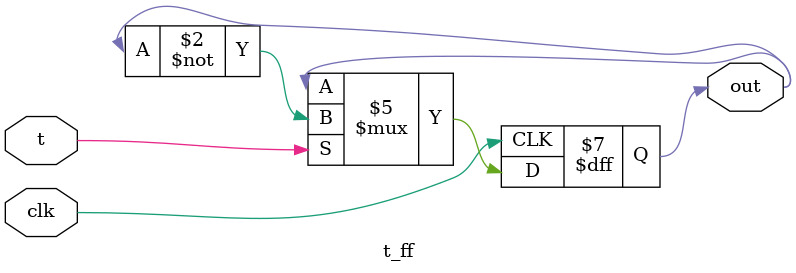
<source format=v>
`timescale 1ns / 1ps


module t_ff(
    input t,
    input clk,
    output reg out
    );
    initial out = 0; 
    always@(posedge clk)  
    if(t)
        out <= ~out;
    else
        out <= out;
    
endmodule

</source>
